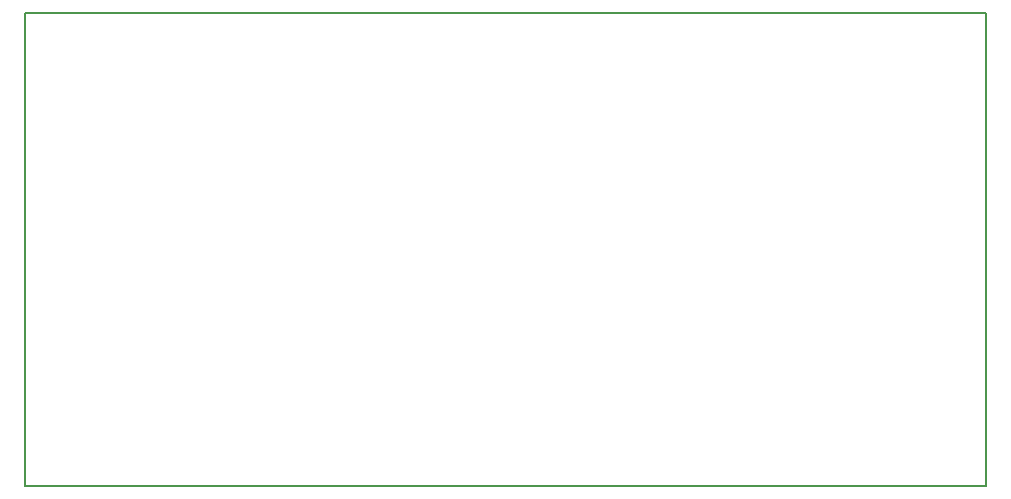
<source format=gm1>
G04 #@! TF.GenerationSoftware,KiCad,Pcbnew,(2017-01-11 revision e99b79cb2)-master*
G04 #@! TF.CreationDate,2017-11-20T10:16:14+02:00*
G04 #@! TF.ProjectId,display,646973706C61792E6B696361645F7063,1*
G04 #@! TF.FileFunction,Profile,NP*
%FSLAX46Y46*%
G04 Gerber Fmt 4.6, Leading zero omitted, Abs format (unit mm)*
G04 Created by KiCad (PCBNEW (2017-01-11 revision e99b79cb2)-master) date Mon Nov 20 10:16:14 2017*
%MOMM*%
%LPD*%
G01*
G04 APERTURE LIST*
%ADD10C,0.100000*%
%ADD11C,0.150000*%
G04 APERTURE END LIST*
D10*
D11*
X179700000Y-110400000D02*
X179700000Y-70300000D01*
X98299939Y-110400000D02*
X179700000Y-110400000D01*
X98299939Y-70300000D02*
X98299939Y-110400000D01*
X179700081Y-70300000D02*
X98299939Y-70300000D01*
M02*

</source>
